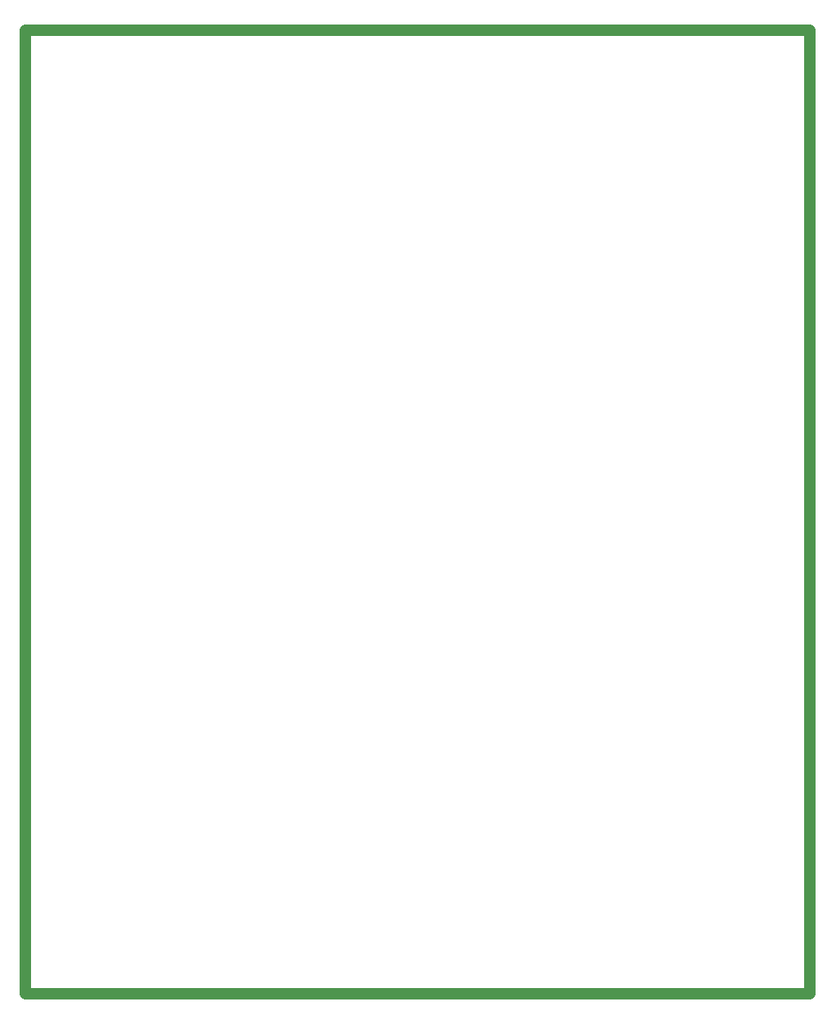
<source format=gko>
%FSLAX23Y23*%
%MOIN*%
%SFA1B1*%

%IPPOS*%
%ADD80C,0.047240*%
%LNvcu-1*%
%LPD*%
G54D80*
X0Y40D02*
X3200D01*
Y3970D02*
Y40D01*
X0Y3970D02*
X3200D01*
X0D02*
Y40D01*
M02*
</source>
